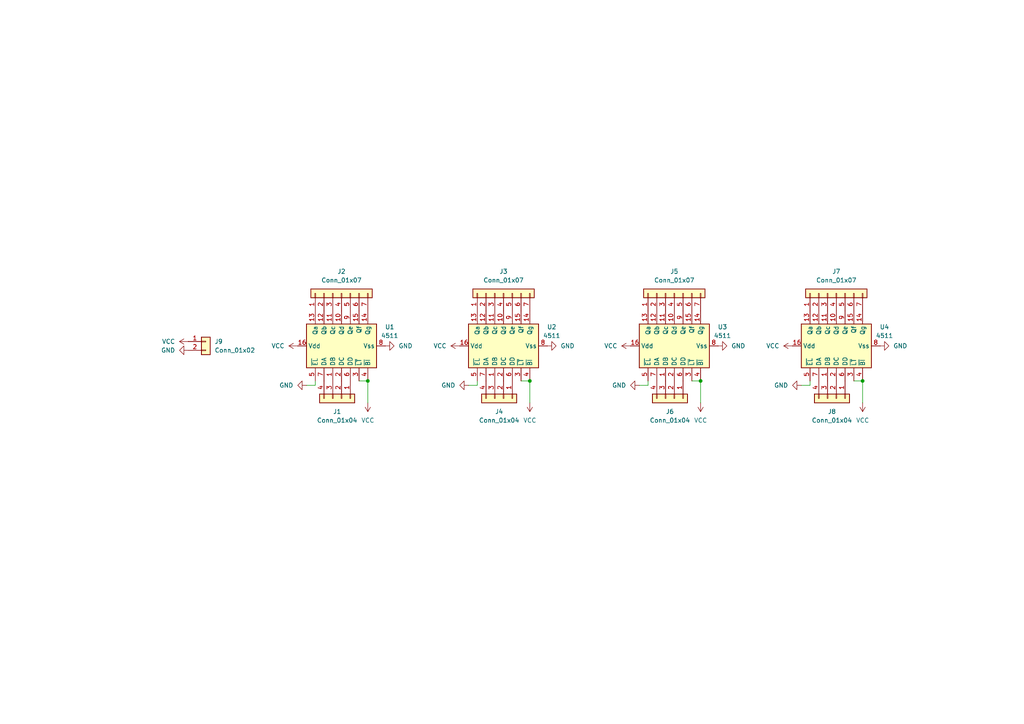
<source format=kicad_sch>
(kicad_sch (version 20231120) (generator "eeschema") (generator_version "8.0")
  (paper "A4")
  (lib_symbols
    (symbol "4xxx_IEEE:4511"
      (property "Reference" "U" (at 8.89 11.43 0))
      (property "Value" "4511" (at 8.89 -11.43 0))
      (symbol "4511_0_1"
        (rectangle (start -6.35 10.16) (end 6.35 -10.16) (stroke (width 0.254)) (fill (type background)))
      )
      (symbol "4511_1_1"
        (pin input line (at -10.16 2.54 0) (length 3.81) (name "DB") (number "1"))
        (pin output line (at 10.16 0 180) (length 3.81) (name "Qd") (number "10"))
        (pin output line (at 10.16 2.54 180) (length 3.81) (name "Qc") (number "11"))
        (pin output line (at 10.16 5.08 180) (length 3.81) (name "Qb") (number "12"))
        (pin output line (at 10.16 7.62 180) (length 3.81) (name "Qa") (number "13"))
        (pin output line (at 10.16 -7.62 180) (length 3.81) (name "Qg") (number "14"))
        (pin output line (at 10.16 -5.08 180) (length 3.81) (name "Qf") (number "15"))
        (pin power_in line (at 0 12.7 270) (length 2.54) (name "Vdd") (number "16"))
        (pin input line (at -10.16 0 0) (length 3.81) (name "DC") (number "2"))
        (pin input line (at -10.16 -5.08 0) (length 3.81) (name "~{LT}") (number "3"))
        (pin input line (at -10.16 -7.62 0) (length 3.81) (name "~{BI}") (number "4"))
        (pin input line (at -10.16 7.62 0) (length 3.81) (name "~{EL}") (number "5"))
        (pin input line (at -10.16 -2.54 0) (length 3.81) (name "DD") (number "6"))
        (pin input line (at -10.16 5.08 0) (length 3.81) (name "DA") (number "7"))
        (pin power_in line (at 0 -12.7 90) (length 2.54) (name "Vss") (number "8"))
        (pin output line (at 10.16 -2.54 180) (length 3.81) (name "Qe") (number "9"))
      )
    )
    (symbol "Connector_Generic:Conn_01x02" (pin_names (offset 1.016) hide)
      (property "Reference" "J" (at 0 2.54 0))
      (property "Value" "Conn_01x02" (at 0 -5.08 0))
      (symbol "Conn_01x02_1_1"
        (rectangle (start -1.27 -2.413) (end 0 -2.667) (stroke (width 0.1524)))
        (rectangle (start -1.27 0.127) (end 0 -0.127) (stroke (width 0.1524)))
        (rectangle (start -1.27 1.27) (end 1.27 -3.81) (stroke (width 0.254)) (fill (type background)))
        (pin passive line (at -5.08 0 0) (length 3.81) (name "Pin_1") (number "1"))
        (pin passive line (at -5.08 -2.54 0) (length 3.81) (name "Pin_2") (number "2"))
      )
    )
    (symbol "Connector_Generic:Conn_01x04" (pin_names (offset 1.016) hide)
      (property "Reference" "J" (at 0 5.08 0))
      (property "Value" "Conn_01x04" (at 0 -7.62 0))
      (symbol "Conn_01x04_1_1"
        (rectangle (start -1.27 -4.953) (end 0 -5.207) (stroke (width 0.1524)))
        (rectangle (start -1.27 -2.413) (end 0 -2.667) (stroke (width 0.1524)))
        (rectangle (start -1.27 0.127) (end 0 -0.127) (stroke (width 0.1524)))
        (rectangle (start -1.27 2.667) (end 0 2.413) (stroke (width 0.1524)))
        (rectangle (start -1.27 3.81) (end 1.27 -6.35) (stroke (width 0.254)) (fill (type background)))
        (pin passive line (at -5.08 2.54 0) (length 3.81) (name "Pin_1") (number "1"))
        (pin passive line (at -5.08 0 0) (length 3.81) (name "Pin_2") (number "2"))
        (pin passive line (at -5.08 -2.54 0) (length 3.81) (name "Pin_3") (number "3"))
        (pin passive line (at -5.08 -5.08 0) (length 3.81) (name "Pin_4") (number "4"))
      )
    )
    (symbol "Connector_Generic:Conn_01x07" (pin_names (offset 1.016) hide)
      (property "Reference" "J" (at 0 10.16 0))
      (property "Value" "Conn_01x07" (at 0 -10.16 0))
      (symbol "Conn_01x07_1_1"
        (rectangle (start -1.27 -7.493) (end 0 -7.747) (stroke (width 0.1524)))
        (rectangle (start -1.27 -4.953) (end 0 -5.207) (stroke (width 0.1524)))
        (rectangle (start -1.27 -2.413) (end 0 -2.667) (stroke (width 0.1524)))
        (rectangle (start -1.27 0.127) (end 0 -0.127) (stroke (width 0.1524)))
        (rectangle (start -1.27 2.667) (end 0 2.413) (stroke (width 0.1524)))
        (rectangle (start -1.27 5.207) (end 0 4.953) (stroke (width 0.1524)))
        (rectangle (start -1.27 7.747) (end 0 7.493) (stroke (width 0.1524)))
        (rectangle (start -1.27 8.89) (end 1.27 -8.89) (stroke (width 0.254)) (fill (type background)))
        (pin passive line (at -5.08 7.62 0) (length 3.81) (name "Pin_1") (number "1"))
        (pin passive line (at -5.08 5.08 0) (length 3.81) (name "Pin_2") (number "2"))
        (pin passive line (at -5.08 2.54 0) (length 3.81) (name "Pin_3") (number "3"))
        (pin passive line (at -5.08 0 0) (length 3.81) (name "Pin_4") (number "4"))
        (pin passive line (at -5.08 -2.54 0) (length 3.81) (name "Pin_5") (number "5"))
        (pin passive line (at -5.08 -5.08 0) (length 3.81) (name "Pin_6") (number "6"))
        (pin passive line (at -5.08 -7.62 0) (length 3.81) (name "Pin_7") (number "7"))
      )
    )
    (symbol "power:GND" (power) (pin_numbers hide) (pin_names (offset 0) hide)
      (property "Value" "GND" (at 0 -3.81 0))
      (symbol "GND_0_1"
        (polyline (pts (xy 0 0) (xy 0 -1.27) (xy 1.27 -1.27) (xy 0 -2.54) (xy -1.27 -1.27) (xy 0 -1.27)))
      )
      (symbol "GND_1_1"
        (pin power_in line (at 0 0 270) (length 0) (name "~") (number "1"))
      )
    )
    (symbol "power:VCC" (power) (pin_numbers hide) (pin_names (offset 0) hide)
      (property "Value" "VCC" (at 0 3.556 0))
      (symbol "VCC_0_1"
        (polyline (pts (xy -0.762 1.27) (xy 0 2.54)))
        (polyline (pts (xy 0 0) (xy 0 2.54)))
        (polyline (pts (xy 0 2.54) (xy 0.762 1.27)))
      )
      (symbol "VCC_1_1"
        (pin power_in line (at 0 0 90) (length 0) (name "~") (number "1"))
      )
    )
  )
  (junction (at 153.67 110.49))
  (junction (at 203.2 110.49))
  (junction (at 106.68 110.49))
  (junction (at 250.19 110.49))
  (wire (pts (xy 153.67 110.49) (xy 151.13 110.49)))
  (wire (pts (xy 203.2 110.49) (xy 200.66 110.49)))
  (wire (pts (xy 135.89 111.76) (xy 138.43 111.76)))
  (wire (pts (xy 234.95 111.76) (xy 234.95 110.49)))
  (wire (pts (xy 106.68 116.84) (xy 106.68 110.49)))
  (wire (pts (xy 138.43 111.76) (xy 138.43 110.49)))
  (wire (pts (xy 187.96 111.76) (xy 187.96 110.49)))
  (wire (pts (xy 153.67 116.84) (xy 153.67 110.49)))
  (wire (pts (xy 106.68 110.49) (xy 104.14 110.49)))
  (wire (pts (xy 250.19 110.49) (xy 247.65 110.49)))
  (wire (pts (xy 88.9 111.76) (xy 91.44 111.76)))
  (wire (pts (xy 203.2 116.84) (xy 203.2 110.49)))
  (wire (pts (xy 91.44 111.76) (xy 91.44 110.49)))
  (wire (pts (xy 185.42 111.76) (xy 187.96 111.76)))
  (wire (pts (xy 232.41 111.76) (xy 234.95 111.76)))
  (wire (pts (xy 250.19 116.84) (xy 250.19 110.49)))
  (symbol (lib_id "power:VCC") (at 229.87 100.33 90) (unit 1)
    (property "Reference" "#PWR013" (effects (hide yes)))
    (property "Value" "VCC" (at 226.06 100.3299 90) (effects (justify left)))
    (property "Description" "Power symbol creates a global label with name \"VCC\"" (effects (hide yes)))
  )
  (symbol (lib_id "power:GND") (at 54.61 101.6 270) (unit 1)
    (property "Reference" "#PWR018" (effects (hide yes)))
    (property "Value" "GND" (at 50.8 101.6001 90) (effects (justify right)))
    (property "Description" "Power symbol creates a global label with name \"GND\" , ground" (effects (hide yes)))
  )
  (symbol (lib_id "Connector_Generic:Conn_01x04") (at 146.05 115.57 270) (unit 1)
    (property "Reference" "J4" (at 144.78 119.38 90))
    (property "Value" "Conn_01x04" (at 144.78 121.92 90))
    (property "Footprint" "Connector_PinHeader_2.54mm:PinHeader_1x04_P2.54mm_Vertical" (effects (hide yes)))
    (property "Description" "Generic connector, single row, 01x04, script generated (kicad-library-utils/schlib/autogen/connector/)" (effects (hide yes)))
  )
  (symbol (lib_id "power:GND") (at 111.76 100.33 90) (unit 1)
    (property "Reference" "#PWR05" (effects (hide yes)))
    (property "Value" "GND" (at 115.57 100.3299 90) (effects (justify right)))
    (property "Description" "Power symbol creates a global label with name \"GND\" , ground" (effects (hide yes)))
  )
  (symbol (lib_id "4xxx_IEEE:4511") (at 146.05 100.33 90) (unit 1)
    (property "Reference" "U2" (at 160.02 94.8338 90))
    (property "Value" "4511" (at 160.02 97.3738 90))
    (property "Footprint" "DIP-16_W7.62mm" (effects (hide yes)))
  )
  (symbol (lib_id "power:VCC") (at 54.61 99.06 90) (unit 1)
    (property "Reference" "#PWR017" (effects (hide yes)))
    (property "Value" "VCC" (at 50.8 99.0599 90) (effects (justify left)))
    (property "Description" "Power symbol creates a global label with name \"VCC\"" (effects (hide yes)))
  )
  (symbol (lib_id "Connector_Generic:Conn_01x07") (at 146.05 85.09 90) (unit 1)
    (property "Reference" "J3" (at 146.05 78.74 90))
    (property "Value" "Conn_01x07" (at 146.05 81.28 90))
    (property "Footprint" "Connector_PinSocket_2.54mm:PinSocket_1x07_P2.54mm_Vertical" (effects (hide yes)))
    (property "Description" "Generic connector, single row, 01x07, script generated (kicad-library-utils/schlib/autogen/connector/)" (effects (hide yes)))
  )
  (symbol (lib_id "power:GND") (at 208.28 100.33 90) (unit 1)
    (property "Reference" "#PWR012" (effects (hide yes)))
    (property "Value" "GND" (at 212.09 100.3299 90) (effects (justify right)))
    (property "Description" "Power symbol creates a global label with name \"GND\" , ground" (effects (hide yes)))
  )
  (symbol (lib_id "Connector_Generic:Conn_01x04") (at 242.57 115.57 270) (unit 1)
    (property "Reference" "J8" (at 241.3 119.38 90))
    (property "Value" "Conn_01x04" (at 241.3 121.92 90))
    (property "Footprint" "Connector_PinHeader_2.54mm:PinHeader_1x04_P2.54mm_Vertical" (effects (hide yes)))
    (property "Description" "Generic connector, single row, 01x04, script generated (kicad-library-utils/schlib/autogen/connector/)" (effects (hide yes)))
  )
  (symbol (lib_id "power:GND") (at 135.89 111.76 270) (unit 1)
    (property "Reference" "#PWR06" (effects (hide yes)))
    (property "Value" "GND" (at 132.08 111.7601 90) (effects (justify right)))
    (property "Description" "Power symbol creates a global label with name \"GND\" , ground" (effects (hide yes)))
  )
  (symbol (lib_id "power:VCC") (at 106.68 116.84 180) (unit 1)
    (property "Reference" "#PWR02" (effects (hide yes)))
    (property "Value" "VCC" (at 106.68 121.92 0))
    (property "Description" "Power symbol creates a global label with name \"VCC\"" (effects (hide yes)))
  )
  (symbol (lib_id "power:GND") (at 232.41 111.76 270) (unit 1)
    (property "Reference" "#PWR014" (effects (hide yes)))
    (property "Value" "GND" (at 228.6 111.7601 90) (effects (justify right)))
    (property "Description" "Power symbol creates a global label with name \"GND\" , ground" (effects (hide yes)))
  )
  (symbol (lib_id "power:GND") (at 158.75 100.33 90) (unit 1)
    (property "Reference" "#PWR08" (effects (hide yes)))
    (property "Value" "GND" (at 162.56 100.3299 90) (effects (justify right)))
    (property "Description" "Power symbol creates a global label with name \"GND\" , ground" (effects (hide yes)))
  )
  (symbol (lib_id "power:VCC") (at 182.88 100.33 90) (unit 1)
    (property "Reference" "#PWR09" (effects (hide yes)))
    (property "Value" "VCC" (at 179.07 100.3299 90) (effects (justify left)))
    (property "Description" "Power symbol creates a global label with name \"VCC\"" (effects (hide yes)))
  )
  (symbol (lib_id "Connector_Generic:Conn_01x04") (at 195.58 115.57 270) (unit 1)
    (property "Reference" "J6" (at 194.31 119.38 90))
    (property "Value" "Conn_01x04" (at 194.31 121.92 90))
    (property "Footprint" "Connector_PinHeader_2.54mm:PinHeader_1x04_P2.54mm_Vertical" (effects (hide yes)))
    (property "Description" "Generic connector, single row, 01x04, script generated (kicad-library-utils/schlib/autogen/connector/)" (effects (hide yes)))
  )
  (symbol (lib_id "Connector_Generic:Conn_01x02") (at 59.69 99.06 0) (unit 1)
    (property "Reference" "J9" (at 62.23 99.0599 0) (effects (justify left)))
    (property "Value" "Conn_01x02" (at 62.23 101.5999 0) (effects (justify left)))
    (property "Footprint" "Connector_PinSocket_2.54mm:PinSocket_1x02_P2.54mm_Vertical" (effects (hide yes)))
    (property "Description" "Generic connector, single row, 01x02, script generated (kicad-library-utils/schlib/autogen/connector/)" (effects (hide yes)))
  )
  (symbol (lib_id "4xxx_IEEE:4511") (at 195.58 100.33 90) (unit 1)
    (property "Reference" "U3" (at 209.55 94.8338 90))
    (property "Value" "4511" (at 209.55 97.3738 90))
    (property "Footprint" "DIP-16_W7.62mm" (effects (hide yes)))
  )
  (symbol (lib_id "4xxx_IEEE:4511") (at 99.06 100.33 90) (unit 1)
    (property "Reference" "U1" (at 113.03 94.8338 90))
    (property "Value" "4511" (at 113.03 97.3738 90))
    (property "Footprint" "DIP-16_W7.62mm" (effects (hide yes)))
  )
  (symbol (lib_id "power:VCC") (at 203.2 116.84 180) (unit 1)
    (property "Reference" "#PWR011" (effects (hide yes)))
    (property "Value" "VCC" (at 203.2 121.92 0))
    (property "Description" "Power symbol creates a global label with name \"VCC\"" (effects (hide yes)))
  )
  (symbol (lib_id "Connector_Generic:Conn_01x07") (at 242.57 85.09 90) (unit 1)
    (property "Reference" "J7" (at 242.57 78.74 90))
    (property "Value" "Conn_01x07" (at 242.57 81.28 90))
    (property "Footprint" "Connector_PinSocket_2.54mm:PinSocket_1x07_P2.54mm_Vertical" (effects (hide yes)))
    (property "Description" "Generic connector, single row, 01x07, script generated (kicad-library-utils/schlib/autogen/connector/)" (effects (hide yes)))
  )
  (symbol (lib_id "power:VCC") (at 250.19 116.84 180) (unit 1)
    (property "Reference" "#PWR015" (effects (hide yes)))
    (property "Value" "VCC" (at 250.19 121.92 0))
    (property "Description" "Power symbol creates a global label with name \"VCC\"" (effects (hide yes)))
  )
  (symbol (lib_id "power:VCC") (at 133.35 100.33 90) (unit 1)
    (property "Reference" "#PWR04" (effects (hide yes)))
    (property "Value" "VCC" (at 129.54 100.3299 90) (effects (justify left)))
    (property "Description" "Power symbol creates a global label with name \"VCC\"" (effects (hide yes)))
  )
  (symbol (lib_id "power:GND") (at 255.27 100.33 90) (unit 1)
    (property "Reference" "#PWR016" (effects (hide yes)))
    (property "Value" "GND" (at 259.08 100.3299 90) (effects (justify right)))
    (property "Description" "Power symbol creates a global label with name \"GND\" , ground" (effects (hide yes)))
  )
  (symbol (lib_id "power:GND") (at 185.42 111.76 270) (unit 1)
    (property "Reference" "#PWR010" (effects (hide yes)))
    (property "Value" "GND" (at 181.61 111.7601 90) (effects (justify right)))
    (property "Description" "Power symbol creates a global label with name \"GND\" , ground" (effects (hide yes)))
  )
  (symbol (lib_id "Connector_Generic:Conn_01x04") (at 99.06 115.57 270) (unit 1)
    (property "Reference" "J1" (at 97.79 119.38 90))
    (property "Value" "Conn_01x04" (at 97.79 121.92 90))
    (property "Footprint" "Connector_PinHeader_2.54mm:PinHeader_1x04_P2.54mm_Vertical" (effects (hide yes)))
    (property "Description" "Generic connector, single row, 01x04, script generated (kicad-library-utils/schlib/autogen/connector/)" (effects (hide yes)))
  )
  (symbol (lib_id "power:GND") (at 88.9 111.76 270) (unit 1)
    (property "Reference" "#PWR03" (effects (hide yes)))
    (property "Value" "GND" (at 85.09 111.7601 90) (effects (justify right)))
    (property "Description" "Power symbol creates a global label with name \"GND\" , ground" (effects (hide yes)))
  )
  (symbol (lib_id "4xxx_IEEE:4511") (at 242.57 100.33 90) (unit 1)
    (property "Reference" "U4" (at 256.54 94.8338 90))
    (property "Value" "4511" (at 256.54 97.3738 90))
    (property "Footprint" "DIP-16_W7.62mm" (effects (hide yes)))
  )
  (symbol (lib_id "power:VCC") (at 153.67 116.84 180) (unit 1)
    (property "Reference" "#PWR07" (effects (hide yes)))
    (property "Value" "VCC" (at 153.67 121.92 0))
    (property "Description" "Power symbol creates a global label with name \"VCC\"" (effects (hide yes)))
  )
  (symbol (lib_id "power:VCC") (at 86.36 100.33 90) (unit 1)
    (property "Reference" "#PWR01" (effects (hide yes)))
    (property "Value" "VCC" (at 82.55 100.3299 90) (effects (justify left)))
    (property "Description" "Power symbol creates a global label with name \"VCC\"" (effects (hide yes)))
  )
  (symbol (lib_id "Connector_Generic:Conn_01x07") (at 195.58 85.09 90) (unit 1)
    (property "Reference" "J5" (at 195.58 78.74 90))
    (property "Value" "Conn_01x07" (at 195.58 81.28 90))
    (property "Footprint" "Connector_PinSocket_2.54mm:PinSocket_1x07_P2.54mm_Vertical" (effects (hide yes)))
    (property "Description" "Generic connector, single row, 01x07, script generated (kicad-library-utils/schlib/autogen/connector/)" (effects (hide yes)))
  )
  (symbol (lib_id "Connector_Generic:Conn_01x07") (at 99.06 85.09 90) (unit 1)
    (property "Reference" "J2" (at 99.06 78.74 90))
    (property "Value" "Conn_01x07" (at 99.06 81.28 90))
    (property "Footprint" "Connector_PinSocket_2.54mm:PinSocket_1x07_P2.54mm_Vertical" (effects (hide yes)))
    (property "Description" "Generic connector, single row, 01x07, script generated (kicad-library-utils/schlib/autogen/connector/)" (effects (hide yes)))
  )
)
</source>
